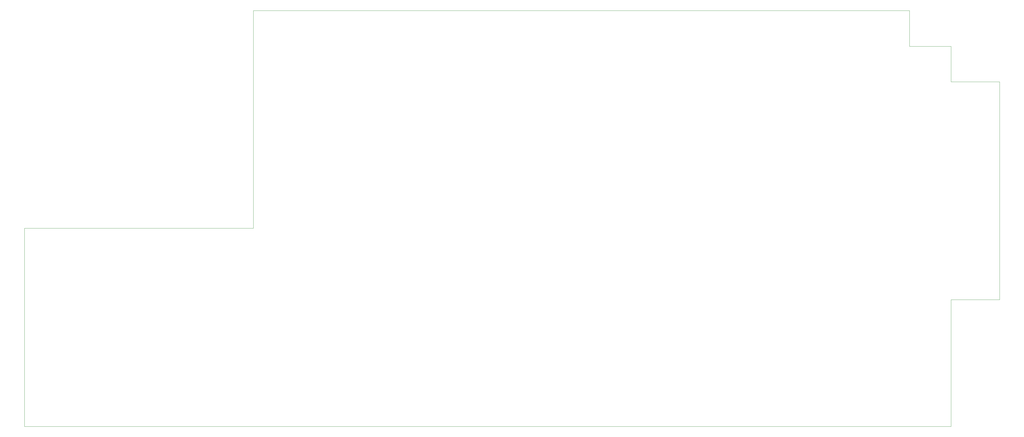
<source format=gbr>
%TF.GenerationSoftware,KiCad,Pcbnew,5.1.7-a382d34a8~88~ubuntu18.04.1*%
%TF.CreationDate,2021-04-19T08:29:39-04:00*%
%TF.ProjectId,coco2,636f636f-322e-46b6-9963-61645f706362,1*%
%TF.SameCoordinates,Original*%
%TF.FileFunction,Profile,NP*%
%FSLAX46Y46*%
G04 Gerber Fmt 4.6, Leading zero omitted, Abs format (unit mm)*
G04 Created by KiCad (PCBNEW 5.1.7-a382d34a8~88~ubuntu18.04.1) date 2021-04-19 08:29:39*
%MOMM*%
%LPD*%
G01*
G04 APERTURE LIST*
%TA.AperFunction,Profile*%
%ADD10C,0.050000*%
%TD*%
G04 APERTURE END LIST*
D10*
X311000000Y-38500000D02*
X313900000Y-38500000D01*
X311000000Y-35600000D02*
X311000000Y-38500000D01*
X90370000Y-99730000D02*
X90370000Y-26500000D01*
X13450000Y-99730000D02*
X90370000Y-99730000D01*
X13450000Y-166500000D02*
X13450000Y-99730000D01*
X325000000Y-166500000D02*
X13450000Y-166500000D01*
X325000000Y-123790000D02*
X325000000Y-166500000D01*
X341340000Y-123790000D02*
X325000000Y-123790000D01*
X341340000Y-50500000D02*
X341340000Y-123790000D01*
X325000000Y-50500000D02*
X341340000Y-50500000D01*
X325000000Y-38500000D02*
X325000000Y-50500000D01*
X313900000Y-38500000D02*
X325000000Y-38500000D01*
X311000000Y-26500000D02*
X311000000Y-35600000D01*
X90370000Y-26500000D02*
X311000000Y-26500000D01*
M02*

</source>
